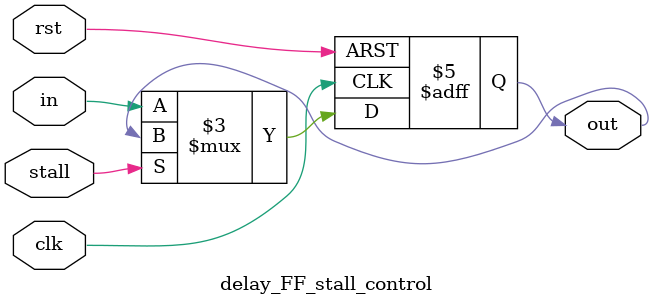
<source format=sv>
`ifndef _DELAY_FF_stall_control
`define _DELAY_FF_stall_control
module delay_FF_stall_control(
    input clk, rst,stall,
    input in,
    output logic out

);
always_ff @(posedge clk or posedge rst) begin
    if(rst) out <= 1'b0;
    else if(stall) out <= out;
    else out <= in;
end
endmodule
`endif

</source>
